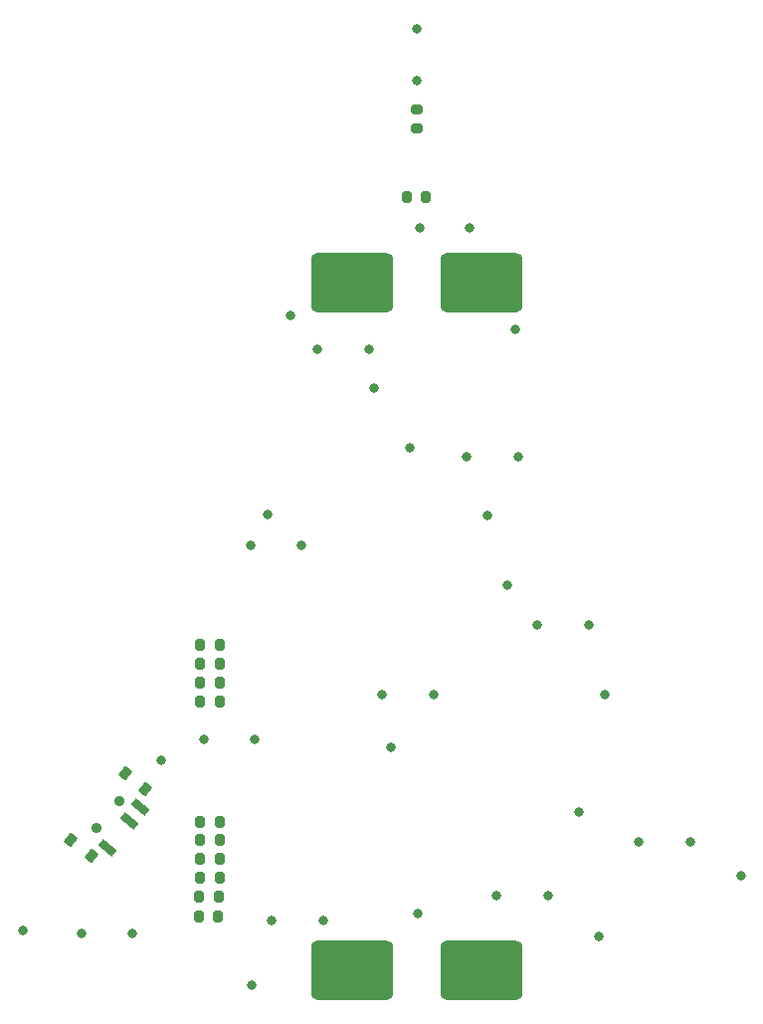
<source format=gbr>
%TF.GenerationSoftware,KiCad,Pcbnew,(6.0.7)*%
%TF.CreationDate,2022-08-02T13:51:54+02:00*%
%TF.ProjectId,LEDChristmasTree-2022,4c454443-6872-4697-9374-6d6173547265,rev?*%
%TF.SameCoordinates,Original*%
%TF.FileFunction,Soldermask,Bot*%
%TF.FilePolarity,Negative*%
%FSLAX46Y46*%
G04 Gerber Fmt 4.6, Leading zero omitted, Abs format (unit mm)*
G04 Created by KiCad (PCBNEW (6.0.7)) date 2022-08-02 13:51:54*
%MOMM*%
%LPD*%
G01*
G04 APERTURE LIST*
G04 Aperture macros list*
%AMRoundRect*
0 Rectangle with rounded corners*
0 $1 Rounding radius*
0 $2 $3 $4 $5 $6 $7 $8 $9 X,Y pos of 4 corners*
0 Add a 4 corners polygon primitive as box body*
4,1,4,$2,$3,$4,$5,$6,$7,$8,$9,$2,$3,0*
0 Add four circle primitives for the rounded corners*
1,1,$1+$1,$2,$3*
1,1,$1+$1,$4,$5*
1,1,$1+$1,$6,$7*
1,1,$1+$1,$8,$9*
0 Add four rect primitives between the rounded corners*
20,1,$1+$1,$2,$3,$4,$5,0*
20,1,$1+$1,$4,$5,$6,$7,0*
20,1,$1+$1,$6,$7,$8,$9,0*
20,1,$1+$1,$8,$9,$2,$3,0*%
%AMRotRect*
0 Rectangle, with rotation*
0 The origin of the aperture is its center*
0 $1 length*
0 $2 width*
0 $3 Rotation angle, in degrees counterclockwise*
0 Add horizontal line*
21,1,$1,$2,0,0,$3*%
G04 Aperture macros list end*
%ADD10RoundRect,0.200000X0.275000X-0.200000X0.275000X0.200000X-0.275000X0.200000X-0.275000X-0.200000X0*%
%ADD11RoundRect,0.500000X-3.000000X-2.000000X3.000000X-2.000000X3.000000X2.000000X-3.000000X2.000000X0*%
%ADD12RoundRect,0.200000X-0.200000X-0.275000X0.200000X-0.275000X0.200000X0.275000X-0.200000X0.275000X0*%
%ADD13RotRect,1.000000X0.800000X51.000000*%
%ADD14C,0.900000*%
%ADD15RotRect,0.700000X1.500000X51.000000*%
%ADD16C,0.800000*%
G04 APERTURE END LIST*
D10*
%TO.C,R11*%
X143600000Y-57625000D03*
X143600000Y-55975000D03*
%TD*%
D11*
%TO.C,BT1*%
X149100000Y-129250000D03*
X149100000Y-70750000D03*
X138100000Y-70750000D03*
X138100000Y-129250000D03*
%TD*%
D12*
%TO.C,R3*%
X125100000Y-123000000D03*
X126750000Y-123000000D03*
%TD*%
%TO.C,R12*%
X125175000Y-116600000D03*
X126825000Y-116600000D03*
%TD*%
%TO.C,R5*%
X125175000Y-121400000D03*
X126825000Y-121400000D03*
%TD*%
%TO.C,R7*%
X125175000Y-106400000D03*
X126825000Y-106400000D03*
%TD*%
%TO.C,R9*%
X125175000Y-101600000D03*
X126825000Y-101600000D03*
%TD*%
%TO.C,R2*%
X125075000Y-124700000D03*
X126725000Y-124700000D03*
%TD*%
%TO.C,R4*%
X125175000Y-104800000D03*
X126825000Y-104800000D03*
%TD*%
D13*
%TO.C,SW1*%
X114191662Y-118136655D03*
X118785701Y-112463489D03*
X115909154Y-119527453D03*
D14*
X116399561Y-117158043D03*
X118287522Y-114826605D03*
D13*
X120503193Y-113854287D03*
D15*
X117295348Y-118848507D03*
X119183309Y-116517069D03*
X120127290Y-115351350D03*
%TD*%
D12*
%TO.C,R1*%
X125175000Y-118200000D03*
X126825000Y-118200000D03*
%TD*%
%TO.C,R10*%
X142775000Y-63500000D03*
X144425000Y-63500000D03*
%TD*%
%TO.C,R8*%
X125175000Y-103200000D03*
X126825000Y-103200000D03*
%TD*%
%TO.C,R6*%
X125175000Y-119800000D03*
X126825000Y-119800000D03*
%TD*%
D16*
X143600000Y-49200000D03*
X121900000Y-111400000D03*
X166900000Y-118300000D03*
X152000000Y-74700000D03*
X119400000Y-126100000D03*
X135700000Y-125000000D03*
X132900000Y-73500000D03*
X154800000Y-122900000D03*
X133800000Y-93100000D03*
X143690000Y-124420000D03*
X151300000Y-96500000D03*
X148100000Y-66100000D03*
X152300000Y-85600000D03*
X171200000Y-121200000D03*
X157400000Y-115800000D03*
X141400000Y-110300000D03*
X110100000Y-125900000D03*
X159100000Y-126400000D03*
X149600000Y-90600000D03*
X143000000Y-84800000D03*
X129800000Y-109600000D03*
X145100000Y-105800000D03*
X130900000Y-90500000D03*
X159600000Y-105800000D03*
X158300000Y-99900000D03*
X139600000Y-76400000D03*
X140000000Y-79700000D03*
X129600000Y-130500000D03*
X115100000Y-126100000D03*
X131300000Y-125000000D03*
X140700000Y-105800000D03*
X147900000Y-85600000D03*
X150400000Y-122900000D03*
X143900000Y-66100000D03*
X162500000Y-118300000D03*
X153900000Y-99900000D03*
X143600000Y-53600000D03*
X129500000Y-93100000D03*
X135200000Y-76400000D03*
X125500000Y-109600000D03*
M02*

</source>
